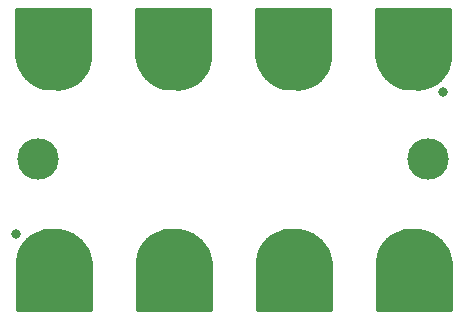
<source format=gbs>
G75*
%MOIN*%
%OFA0B0*%
%FSLAX25Y25*%
%IPPOS*%
%LPD*%
%AMOC8*
5,1,8,0,0,1.08239X$1,22.5*
%
%ADD10C,0.13800*%
%ADD11C,0.03300*%
%ADD12C,0.20800*%
%ADD13C,0.01000*%
D10*
X0138333Y0291400D03*
X0268333Y0291400D03*
D11*
X0273333Y0313900D03*
X0130833Y0266400D03*
D12*
X0143333Y0255400D03*
X0183333Y0255400D03*
X0223333Y0255400D03*
X0263333Y0255400D03*
X0263333Y0327400D03*
X0223333Y0327400D03*
X0183333Y0327400D03*
X0143333Y0327400D03*
D13*
X0131033Y0256200D02*
X0131033Y0241200D01*
X0155833Y0241200D01*
X0155833Y0256600D01*
X0155628Y0258273D01*
X0155186Y0259900D01*
X0154518Y0261448D01*
X0153636Y0262884D01*
X0152558Y0264181D01*
X0151307Y0265311D01*
X0149908Y0266251D01*
X0148389Y0266983D01*
X0146782Y0267491D01*
X0145119Y0267765D01*
X0143433Y0267800D01*
X0141833Y0267846D01*
X0140243Y0267666D01*
X0138694Y0267262D01*
X0137218Y0266643D01*
X0135845Y0265821D01*
X0134601Y0264813D01*
X0133513Y0263640D01*
X0132602Y0262324D01*
X0131886Y0260893D01*
X0131380Y0259374D01*
X0131094Y0257799D01*
X0131033Y0256200D01*
X0131040Y0256378D02*
X0155833Y0256378D01*
X0155833Y0255379D02*
X0131033Y0255379D01*
X0131033Y0254381D02*
X0155833Y0254381D01*
X0155833Y0253382D02*
X0131033Y0253382D01*
X0131033Y0252384D02*
X0155833Y0252384D01*
X0155833Y0251385D02*
X0131033Y0251385D01*
X0131033Y0250387D02*
X0155833Y0250387D01*
X0155833Y0249388D02*
X0131033Y0249388D01*
X0131033Y0248390D02*
X0155833Y0248390D01*
X0155833Y0247391D02*
X0131033Y0247391D01*
X0131033Y0246393D02*
X0155833Y0246393D01*
X0155833Y0245394D02*
X0131033Y0245394D01*
X0131033Y0244396D02*
X0155833Y0244396D01*
X0155833Y0243397D02*
X0131033Y0243397D01*
X0131033Y0242399D02*
X0155833Y0242399D01*
X0155833Y0241400D02*
X0131033Y0241400D01*
X0131078Y0257376D02*
X0155738Y0257376D01*
X0155600Y0258375D02*
X0131198Y0258375D01*
X0131380Y0259373D02*
X0155329Y0259373D01*
X0154983Y0260372D02*
X0131712Y0260372D01*
X0132125Y0261370D02*
X0154551Y0261370D01*
X0153952Y0262369D02*
X0132633Y0262369D01*
X0133324Y0263367D02*
X0153234Y0263367D01*
X0152353Y0264366D02*
X0134186Y0264366D01*
X0135281Y0265364D02*
X0151228Y0265364D01*
X0149677Y0266363D02*
X0136750Y0266363D01*
X0139076Y0267361D02*
X0147193Y0267361D01*
X0171380Y0259374D02*
X0171094Y0257799D01*
X0171033Y0256200D01*
X0171033Y0241200D01*
X0195833Y0241200D01*
X0195833Y0256600D01*
X0195628Y0258273D01*
X0195186Y0259900D01*
X0194518Y0261448D01*
X0193636Y0262884D01*
X0192558Y0264181D01*
X0191307Y0265311D01*
X0189908Y0266251D01*
X0188389Y0266983D01*
X0186782Y0267491D01*
X0185119Y0267765D01*
X0183433Y0267800D01*
X0181833Y0267846D01*
X0180243Y0267666D01*
X0178694Y0267262D01*
X0177218Y0266643D01*
X0175845Y0265821D01*
X0174601Y0264813D01*
X0173513Y0263640D01*
X0172602Y0262324D01*
X0171886Y0260893D01*
X0171380Y0259374D01*
X0171380Y0259373D02*
X0195329Y0259373D01*
X0195600Y0258375D02*
X0171198Y0258375D01*
X0171078Y0257376D02*
X0195738Y0257376D01*
X0195833Y0256378D02*
X0171040Y0256378D01*
X0171033Y0255379D02*
X0195833Y0255379D01*
X0195833Y0254381D02*
X0171033Y0254381D01*
X0171033Y0253382D02*
X0195833Y0253382D01*
X0195833Y0252384D02*
X0171033Y0252384D01*
X0171033Y0251385D02*
X0195833Y0251385D01*
X0195833Y0250387D02*
X0171033Y0250387D01*
X0171033Y0249388D02*
X0195833Y0249388D01*
X0195833Y0248390D02*
X0171033Y0248390D01*
X0171033Y0247391D02*
X0195833Y0247391D01*
X0195833Y0246393D02*
X0171033Y0246393D01*
X0171033Y0245394D02*
X0195833Y0245394D01*
X0195833Y0244396D02*
X0171033Y0244396D01*
X0171033Y0243397D02*
X0195833Y0243397D01*
X0195833Y0242399D02*
X0171033Y0242399D01*
X0171033Y0241400D02*
X0195833Y0241400D01*
X0211033Y0241400D02*
X0235833Y0241400D01*
X0235833Y0241200D02*
X0235833Y0256600D01*
X0235628Y0258273D01*
X0235186Y0259900D01*
X0234518Y0261448D01*
X0233636Y0262884D01*
X0232558Y0264181D01*
X0231307Y0265311D01*
X0229908Y0266251D01*
X0228389Y0266983D01*
X0226782Y0267491D01*
X0225119Y0267765D01*
X0223433Y0267800D01*
X0221833Y0267846D01*
X0220243Y0267666D01*
X0218694Y0267262D01*
X0217218Y0266643D01*
X0215845Y0265821D01*
X0214601Y0264813D01*
X0213513Y0263640D01*
X0212602Y0262324D01*
X0211886Y0260893D01*
X0211380Y0259374D01*
X0211094Y0257799D01*
X0211033Y0256200D01*
X0211033Y0241200D01*
X0235833Y0241200D01*
X0235833Y0242399D02*
X0211033Y0242399D01*
X0211033Y0243397D02*
X0235833Y0243397D01*
X0235833Y0244396D02*
X0211033Y0244396D01*
X0211033Y0245394D02*
X0235833Y0245394D01*
X0235833Y0246393D02*
X0211033Y0246393D01*
X0211033Y0247391D02*
X0235833Y0247391D01*
X0235833Y0248390D02*
X0211033Y0248390D01*
X0211033Y0249388D02*
X0235833Y0249388D01*
X0235833Y0250387D02*
X0211033Y0250387D01*
X0211033Y0251385D02*
X0235833Y0251385D01*
X0235833Y0252384D02*
X0211033Y0252384D01*
X0211033Y0253382D02*
X0235833Y0253382D01*
X0235833Y0254381D02*
X0211033Y0254381D01*
X0211033Y0255379D02*
X0235833Y0255379D01*
X0235833Y0256378D02*
X0211040Y0256378D01*
X0211078Y0257376D02*
X0235738Y0257376D01*
X0235600Y0258375D02*
X0211198Y0258375D01*
X0211380Y0259373D02*
X0235329Y0259373D01*
X0234983Y0260372D02*
X0211712Y0260372D01*
X0212125Y0261370D02*
X0234551Y0261370D01*
X0233952Y0262369D02*
X0212633Y0262369D01*
X0213324Y0263367D02*
X0233234Y0263367D01*
X0232353Y0264366D02*
X0214186Y0264366D01*
X0215281Y0265364D02*
X0231228Y0265364D01*
X0229677Y0266363D02*
X0216750Y0266363D01*
X0219076Y0267361D02*
X0227193Y0267361D01*
X0251380Y0259374D02*
X0251094Y0257799D01*
X0251033Y0256200D01*
X0251033Y0241200D01*
X0275833Y0241200D01*
X0275833Y0256600D01*
X0275628Y0258273D01*
X0275186Y0259900D01*
X0274518Y0261448D01*
X0273636Y0262884D01*
X0272558Y0264181D01*
X0271307Y0265311D01*
X0269908Y0266251D01*
X0268389Y0266983D01*
X0266782Y0267491D01*
X0265119Y0267765D01*
X0263433Y0267800D01*
X0261833Y0267846D01*
X0260243Y0267666D01*
X0258694Y0267262D01*
X0257218Y0266643D01*
X0255845Y0265821D01*
X0254601Y0264813D01*
X0253513Y0263640D01*
X0252602Y0262324D01*
X0251886Y0260893D01*
X0251380Y0259374D01*
X0251380Y0259373D02*
X0275329Y0259373D01*
X0275600Y0258375D02*
X0251198Y0258375D01*
X0251078Y0257376D02*
X0275738Y0257376D01*
X0275833Y0256378D02*
X0251040Y0256378D01*
X0251033Y0255379D02*
X0275833Y0255379D01*
X0275833Y0254381D02*
X0251033Y0254381D01*
X0251033Y0253382D02*
X0275833Y0253382D01*
X0275833Y0252384D02*
X0251033Y0252384D01*
X0251033Y0251385D02*
X0275833Y0251385D01*
X0275833Y0250387D02*
X0251033Y0250387D01*
X0251033Y0249388D02*
X0275833Y0249388D01*
X0275833Y0248390D02*
X0251033Y0248390D01*
X0251033Y0247391D02*
X0275833Y0247391D01*
X0275833Y0246393D02*
X0251033Y0246393D01*
X0251033Y0245394D02*
X0275833Y0245394D01*
X0275833Y0244396D02*
X0251033Y0244396D01*
X0251033Y0243397D02*
X0275833Y0243397D01*
X0275833Y0242399D02*
X0251033Y0242399D01*
X0251033Y0241400D02*
X0275833Y0241400D01*
X0274983Y0260372D02*
X0251712Y0260372D01*
X0252125Y0261370D02*
X0274551Y0261370D01*
X0273952Y0262369D02*
X0252633Y0262369D01*
X0253324Y0263367D02*
X0273234Y0263367D01*
X0272353Y0264366D02*
X0254186Y0264366D01*
X0255281Y0265364D02*
X0271228Y0265364D01*
X0269677Y0266363D02*
X0256750Y0266363D01*
X0259076Y0267361D02*
X0267193Y0267361D01*
X0264833Y0314954D02*
X0263233Y0315000D01*
X0261548Y0315035D01*
X0259885Y0315309D01*
X0258277Y0315817D01*
X0256759Y0316549D01*
X0255359Y0317489D01*
X0254108Y0318619D01*
X0253031Y0319916D01*
X0252149Y0321352D01*
X0251480Y0322900D01*
X0251039Y0324527D01*
X0250833Y0326200D01*
X0250833Y0341600D01*
X0275633Y0341600D01*
X0275633Y0326600D01*
X0275573Y0325001D01*
X0275287Y0323426D01*
X0274781Y0321907D01*
X0274065Y0320476D01*
X0273153Y0319160D01*
X0272065Y0317987D01*
X0270822Y0316979D01*
X0269448Y0316157D01*
X0267972Y0315538D01*
X0266423Y0315134D01*
X0264833Y0314954D01*
X0267020Y0315290D02*
X0260000Y0315290D01*
X0257299Y0316288D02*
X0269667Y0316288D01*
X0271202Y0317287D02*
X0255661Y0317287D01*
X0254478Y0318285D02*
X0272342Y0318285D01*
X0273239Y0319284D02*
X0253556Y0319284D01*
X0252806Y0320282D02*
X0273931Y0320282D01*
X0274467Y0321281D02*
X0252193Y0321281D01*
X0251748Y0322279D02*
X0274905Y0322279D01*
X0275237Y0323278D02*
X0251378Y0323278D01*
X0251107Y0324276D02*
X0275441Y0324276D01*
X0275583Y0325275D02*
X0250947Y0325275D01*
X0250833Y0326273D02*
X0275621Y0326273D01*
X0275633Y0327272D02*
X0250833Y0327272D01*
X0250833Y0328270D02*
X0275633Y0328270D01*
X0275633Y0329269D02*
X0250833Y0329269D01*
X0250833Y0330268D02*
X0275633Y0330268D01*
X0275633Y0331266D02*
X0250833Y0331266D01*
X0250833Y0332265D02*
X0275633Y0332265D01*
X0275633Y0333263D02*
X0250833Y0333263D01*
X0250833Y0334262D02*
X0275633Y0334262D01*
X0275633Y0335260D02*
X0250833Y0335260D01*
X0250833Y0336259D02*
X0275633Y0336259D01*
X0275633Y0337257D02*
X0250833Y0337257D01*
X0250833Y0338256D02*
X0275633Y0338256D01*
X0275633Y0339254D02*
X0250833Y0339254D01*
X0250833Y0340253D02*
X0275633Y0340253D01*
X0275633Y0341251D02*
X0250833Y0341251D01*
X0235633Y0341251D02*
X0210833Y0341251D01*
X0210833Y0341600D02*
X0210833Y0326200D01*
X0211039Y0324527D01*
X0211480Y0322900D01*
X0212149Y0321352D01*
X0213031Y0319916D01*
X0214108Y0318619D01*
X0215359Y0317489D01*
X0216759Y0316549D01*
X0218277Y0315817D01*
X0219885Y0315309D01*
X0221548Y0315035D01*
X0223233Y0315000D01*
X0224833Y0314954D01*
X0226423Y0315134D01*
X0227972Y0315538D01*
X0229448Y0316157D01*
X0230822Y0316979D01*
X0232065Y0317987D01*
X0233153Y0319160D01*
X0234065Y0320476D01*
X0234781Y0321907D01*
X0235287Y0323426D01*
X0235573Y0325001D01*
X0235633Y0326600D01*
X0235633Y0341600D01*
X0210833Y0341600D01*
X0210833Y0340253D02*
X0235633Y0340253D01*
X0235633Y0339254D02*
X0210833Y0339254D01*
X0210833Y0338256D02*
X0235633Y0338256D01*
X0235633Y0337257D02*
X0210833Y0337257D01*
X0210833Y0336259D02*
X0235633Y0336259D01*
X0235633Y0335260D02*
X0210833Y0335260D01*
X0210833Y0334262D02*
X0235633Y0334262D01*
X0235633Y0333263D02*
X0210833Y0333263D01*
X0210833Y0332265D02*
X0235633Y0332265D01*
X0235633Y0331266D02*
X0210833Y0331266D01*
X0210833Y0330268D02*
X0235633Y0330268D01*
X0235633Y0329269D02*
X0210833Y0329269D01*
X0210833Y0328270D02*
X0235633Y0328270D01*
X0235633Y0327272D02*
X0210833Y0327272D01*
X0210833Y0326273D02*
X0235621Y0326273D01*
X0235583Y0325275D02*
X0210947Y0325275D01*
X0211107Y0324276D02*
X0235441Y0324276D01*
X0235237Y0323278D02*
X0211378Y0323278D01*
X0211748Y0322279D02*
X0234905Y0322279D01*
X0234467Y0321281D02*
X0212193Y0321281D01*
X0212806Y0320282D02*
X0233931Y0320282D01*
X0233239Y0319284D02*
X0213556Y0319284D01*
X0214478Y0318285D02*
X0232342Y0318285D01*
X0231202Y0317287D02*
X0215661Y0317287D01*
X0217299Y0316288D02*
X0229667Y0316288D01*
X0227020Y0315290D02*
X0220000Y0315290D01*
X0195287Y0323426D02*
X0194781Y0321907D01*
X0194065Y0320476D01*
X0193153Y0319160D01*
X0192065Y0317987D01*
X0190822Y0316979D01*
X0189448Y0316157D01*
X0187972Y0315538D01*
X0186423Y0315134D01*
X0184833Y0314954D01*
X0183233Y0315000D01*
X0181548Y0315035D01*
X0179885Y0315309D01*
X0178277Y0315817D01*
X0176759Y0316549D01*
X0175359Y0317489D01*
X0174108Y0318619D01*
X0173031Y0319916D01*
X0172149Y0321352D01*
X0171480Y0322900D01*
X0171039Y0324527D01*
X0170833Y0326200D01*
X0170833Y0341600D01*
X0195633Y0341600D01*
X0195633Y0326600D01*
X0195573Y0325001D01*
X0195287Y0323426D01*
X0195237Y0323278D02*
X0171378Y0323278D01*
X0171107Y0324276D02*
X0195441Y0324276D01*
X0195583Y0325275D02*
X0170947Y0325275D01*
X0170833Y0326273D02*
X0195621Y0326273D01*
X0195633Y0327272D02*
X0170833Y0327272D01*
X0170833Y0328270D02*
X0195633Y0328270D01*
X0195633Y0329269D02*
X0170833Y0329269D01*
X0170833Y0330268D02*
X0195633Y0330268D01*
X0195633Y0331266D02*
X0170833Y0331266D01*
X0170833Y0332265D02*
X0195633Y0332265D01*
X0195633Y0333263D02*
X0170833Y0333263D01*
X0170833Y0334262D02*
X0195633Y0334262D01*
X0195633Y0335260D02*
X0170833Y0335260D01*
X0170833Y0336259D02*
X0195633Y0336259D01*
X0195633Y0337257D02*
X0170833Y0337257D01*
X0170833Y0338256D02*
X0195633Y0338256D01*
X0195633Y0339254D02*
X0170833Y0339254D01*
X0170833Y0340253D02*
X0195633Y0340253D01*
X0195633Y0341251D02*
X0170833Y0341251D01*
X0155633Y0341251D02*
X0130833Y0341251D01*
X0130833Y0341600D02*
X0130833Y0326200D01*
X0131039Y0324527D01*
X0131480Y0322900D01*
X0132149Y0321352D01*
X0133031Y0319916D01*
X0134108Y0318619D01*
X0135359Y0317489D01*
X0136759Y0316549D01*
X0138277Y0315817D01*
X0139885Y0315309D01*
X0141548Y0315035D01*
X0143233Y0315000D01*
X0144833Y0314954D01*
X0146423Y0315134D01*
X0147972Y0315538D01*
X0149448Y0316157D01*
X0150822Y0316979D01*
X0152065Y0317987D01*
X0153153Y0319160D01*
X0154065Y0320476D01*
X0154781Y0321907D01*
X0155287Y0323426D01*
X0155573Y0325001D01*
X0155633Y0326600D01*
X0155633Y0341600D01*
X0130833Y0341600D01*
X0130833Y0340253D02*
X0155633Y0340253D01*
X0155633Y0339254D02*
X0130833Y0339254D01*
X0130833Y0338256D02*
X0155633Y0338256D01*
X0155633Y0337257D02*
X0130833Y0337257D01*
X0130833Y0336259D02*
X0155633Y0336259D01*
X0155633Y0335260D02*
X0130833Y0335260D01*
X0130833Y0334262D02*
X0155633Y0334262D01*
X0155633Y0333263D02*
X0130833Y0333263D01*
X0130833Y0332265D02*
X0155633Y0332265D01*
X0155633Y0331266D02*
X0130833Y0331266D01*
X0130833Y0330268D02*
X0155633Y0330268D01*
X0155633Y0329269D02*
X0130833Y0329269D01*
X0130833Y0328270D02*
X0155633Y0328270D01*
X0155633Y0327272D02*
X0130833Y0327272D01*
X0130833Y0326273D02*
X0155621Y0326273D01*
X0155583Y0325275D02*
X0130947Y0325275D01*
X0131107Y0324276D02*
X0155441Y0324276D01*
X0155237Y0323278D02*
X0131378Y0323278D01*
X0131748Y0322279D02*
X0154905Y0322279D01*
X0154467Y0321281D02*
X0132193Y0321281D01*
X0132806Y0320282D02*
X0153931Y0320282D01*
X0153239Y0319284D02*
X0133556Y0319284D01*
X0134478Y0318285D02*
X0152342Y0318285D01*
X0151202Y0317287D02*
X0135661Y0317287D01*
X0137299Y0316288D02*
X0149667Y0316288D01*
X0147020Y0315290D02*
X0140000Y0315290D01*
X0171748Y0322279D02*
X0194905Y0322279D01*
X0194467Y0321281D02*
X0172193Y0321281D01*
X0172806Y0320282D02*
X0193931Y0320282D01*
X0193239Y0319284D02*
X0173556Y0319284D01*
X0174478Y0318285D02*
X0192342Y0318285D01*
X0191202Y0317287D02*
X0175661Y0317287D01*
X0177299Y0316288D02*
X0189667Y0316288D01*
X0187020Y0315290D02*
X0180000Y0315290D01*
X0179076Y0267361D02*
X0187193Y0267361D01*
X0189677Y0266363D02*
X0176750Y0266363D01*
X0175281Y0265364D02*
X0191228Y0265364D01*
X0192353Y0264366D02*
X0174186Y0264366D01*
X0173324Y0263367D02*
X0193234Y0263367D01*
X0193952Y0262369D02*
X0172633Y0262369D01*
X0172125Y0261370D02*
X0194551Y0261370D01*
X0194983Y0260372D02*
X0171712Y0260372D01*
M02*

</source>
